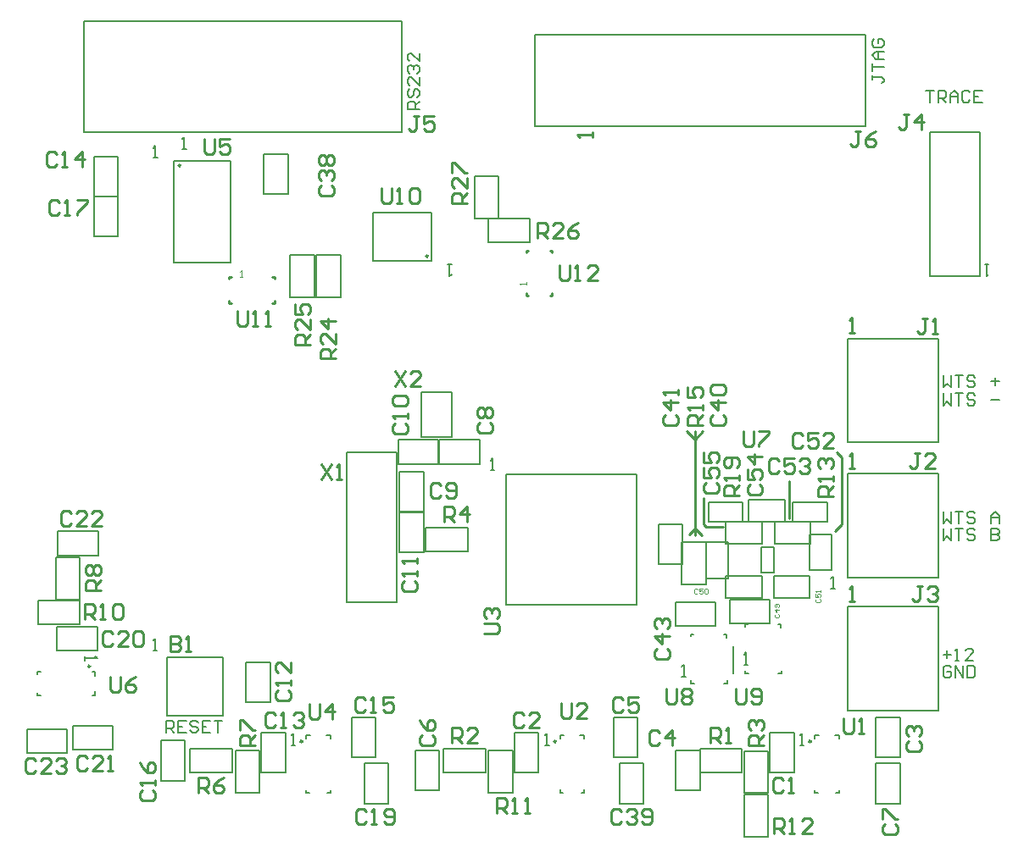
<source format=gto>
G04*
G04 #@! TF.GenerationSoftware,Altium Limited,Altium Designer,23.5.1 (21)*
G04*
G04 Layer_Color=65535*
%FSLAX44Y44*%
%MOMM*%
G71*
G04*
G04 #@! TF.SameCoordinates,D9901149-2AC3-4954-9F64-4BA616841755*
G04*
G04*
G04 #@! TF.FilePolarity,Positive*
G04*
G01*
G75*
%ADD10C,0.2540*%
%ADD11C,0.2000*%
%ADD12C,0.1524*%
%ADD13C,0.1000*%
D10*
X483735Y760500D02*
G03*
X483735Y760500I-1031J0D01*
G01*
X611500Y275250D02*
G03*
X611500Y275250I-1000J0D01*
G01*
X358000Y275000D02*
G03*
X358000Y275000I-1000J0D01*
G01*
X146000Y350000D02*
G03*
X146000Y350000I-1000J0D01*
G01*
X866000Y275000D02*
G03*
X866000Y275000I-1000J0D01*
G01*
X236527Y851000D02*
G03*
X236527Y851000I-1031J0D01*
G01*
X285000Y737500D02*
Y739500D01*
X287000D01*
X328000D02*
X330000D01*
Y737500D02*
Y739500D01*
Y713500D02*
Y715500D01*
X328000Y713500D02*
X330000D01*
X285000D02*
Y715500D01*
Y713500D02*
X287000D01*
X607500Y721000D02*
Y723000D01*
X605500Y721000D02*
X607500D01*
Y764000D02*
Y766000D01*
X605500D02*
X607500D01*
X581500D02*
X583500D01*
X581500Y764000D02*
Y766000D01*
Y721000D02*
Y723000D01*
Y721000D02*
X583500D01*
X742000Y585000D02*
X750000Y577000D01*
Y585000D01*
Y577000D02*
Y585000D01*
Y577000D02*
X758000Y585000D01*
X744000Y482000D02*
X750000Y488000D01*
Y481000D02*
Y488000D01*
X757000Y481000D01*
X750000Y488000D02*
Y577000D01*
X761000Y490000D02*
X778000D01*
X759000Y492000D02*
X761000Y490000D01*
X759000Y492000D02*
Y518000D01*
X844000Y498000D02*
Y535000D01*
X892000Y564000D02*
X897000Y559000D01*
Y492000D02*
Y559000D01*
X890000Y485000D02*
X897000Y492000D01*
X904461Y548382D02*
X909539D01*
X907000D01*
Y563618D01*
X904461Y561078D01*
X647617Y879461D02*
Y884539D01*
Y882000D01*
X632383D01*
X634922Y879461D01*
X904461Y683382D02*
X909539D01*
X907000D01*
Y698617D01*
X904461Y696078D01*
Y415382D02*
X909539D01*
X907000D01*
Y430617D01*
X904461Y428078D01*
X614956Y751618D02*
Y738922D01*
X617495Y736383D01*
X622574D01*
X625113Y738922D01*
Y751618D01*
X630191Y736383D02*
X635270D01*
X632730D01*
Y751618D01*
X630191Y749078D01*
X653044Y736383D02*
X642887D01*
X653044Y746539D01*
Y749078D01*
X650505Y751618D01*
X645426D01*
X642887Y749078D01*
X293495Y705618D02*
Y692922D01*
X296035Y690383D01*
X301113D01*
X303652Y692922D01*
Y705618D01*
X308730Y690383D02*
X313809D01*
X311270D01*
Y705618D01*
X308730Y703078D01*
X321426Y690383D02*
X326505D01*
X323965D01*
Y705618D01*
X321426Y703078D01*
X436956Y828617D02*
Y815922D01*
X439495Y813382D01*
X444574D01*
X447113Y815922D01*
Y828617D01*
X452191Y813382D02*
X457270D01*
X454730D01*
Y828617D01*
X452191Y826078D01*
X464887D02*
X467426Y828617D01*
X472505D01*
X475044Y826078D01*
Y815922D01*
X472505Y813382D01*
X467426D01*
X464887Y815922D01*
Y826078D01*
X522617Y812687D02*
X507382D01*
Y820304D01*
X509922Y822843D01*
X515000D01*
X517539Y820304D01*
Y812687D01*
Y817765D02*
X522617Y822843D01*
Y838078D02*
Y827922D01*
X512461Y838078D01*
X509922D01*
X507382Y835539D01*
Y830461D01*
X509922Y827922D01*
X507382Y843157D02*
Y853313D01*
X509922D01*
X520078Y843157D01*
X522617D01*
X592687Y778382D02*
Y793617D01*
X600304D01*
X602843Y791078D01*
Y786000D01*
X600304Y783461D01*
X592687D01*
X597765D02*
X602843Y778382D01*
X618078D02*
X607922D01*
X618078Y788539D01*
Y791078D01*
X615539Y793617D01*
X610461D01*
X607922Y791078D01*
X633313Y793617D02*
X628235Y791078D01*
X623157Y786000D01*
Y780922D01*
X625696Y778382D01*
X630774D01*
X633313Y780922D01*
Y783461D01*
X630774Y786000D01*
X623157D01*
X365617Y671687D02*
X350382D01*
Y679304D01*
X352922Y681843D01*
X358000D01*
X360539Y679304D01*
Y671687D01*
Y676765D02*
X365617Y681843D01*
Y697078D02*
Y686922D01*
X355461Y697078D01*
X352922D01*
X350382Y694539D01*
Y689461D01*
X352922Y686922D01*
X350382Y712313D02*
Y702157D01*
X358000D01*
X355461Y707235D01*
Y709774D01*
X358000Y712313D01*
X363078D01*
X365617Y709774D01*
Y704696D01*
X363078Y702157D01*
X391618Y657686D02*
X376382D01*
Y665304D01*
X378922Y667843D01*
X384000D01*
X386539Y665304D01*
Y657686D01*
Y662765D02*
X391618Y667843D01*
Y683078D02*
Y672922D01*
X381461Y683078D01*
X378922D01*
X376382Y680539D01*
Y675461D01*
X378922Y672922D01*
X391618Y695774D02*
X376382D01*
X384000Y688157D01*
Y698313D01*
X794617Y520956D02*
X779382D01*
Y528574D01*
X781922Y531113D01*
X787000D01*
X789539Y528574D01*
Y520956D01*
Y526035D02*
X794617Y531113D01*
Y536191D02*
Y541270D01*
Y538730D01*
X779382D01*
X781922Y536191D01*
X792078Y548887D02*
X794617Y551426D01*
Y556505D01*
X792078Y559044D01*
X781922D01*
X779382Y556505D01*
Y551426D01*
X781922Y548887D01*
X784461D01*
X787000Y551426D01*
Y559044D01*
X888617Y519956D02*
X873382D01*
Y527574D01*
X875922Y530113D01*
X881000D01*
X883539Y527574D01*
Y519956D01*
Y525034D02*
X888617Y530113D01*
Y535191D02*
Y540270D01*
Y537730D01*
X873382D01*
X875922Y535191D01*
Y547887D02*
X873382Y550426D01*
Y555505D01*
X875922Y558044D01*
X878461D01*
X881000Y555505D01*
Y552966D01*
Y555505D01*
X883539Y558044D01*
X886078D01*
X888617Y555505D01*
Y550426D01*
X886078Y547887D01*
X760922Y533843D02*
X758382Y531304D01*
Y526226D01*
X760922Y523687D01*
X771078D01*
X773617Y526226D01*
Y531304D01*
X771078Y533843D01*
X758382Y549078D02*
Y538922D01*
X766000D01*
X763461Y544000D01*
Y546539D01*
X766000Y549078D01*
X771078D01*
X773617Y546539D01*
Y541461D01*
X771078Y538922D01*
X758382Y564313D02*
Y554157D01*
X766000D01*
X763461Y559235D01*
Y561774D01*
X766000Y564313D01*
X771078D01*
X773617Y561774D01*
Y556696D01*
X771078Y554157D01*
X804922Y531843D02*
X802383Y529304D01*
Y524226D01*
X804922Y521687D01*
X815078D01*
X817617Y524226D01*
Y529304D01*
X815078Y531843D01*
X802383Y547078D02*
Y536922D01*
X810000D01*
X807461Y542000D01*
Y544539D01*
X810000Y547078D01*
X815078D01*
X817617Y544539D01*
Y539461D01*
X815078Y536922D01*
X817617Y559774D02*
X802383D01*
X810000Y552157D01*
Y562313D01*
X833843Y556078D02*
X831304Y558618D01*
X826226D01*
X823687Y556078D01*
Y545922D01*
X826226Y543382D01*
X831304D01*
X833843Y545922D01*
X849078Y558618D02*
X838922D01*
Y551000D01*
X844000Y553539D01*
X846539D01*
X849078Y551000D01*
Y545922D01*
X846539Y543382D01*
X841461D01*
X838922Y545922D01*
X854157Y556078D02*
X856696Y558618D01*
X861774D01*
X864313Y556078D01*
Y553539D01*
X861774Y551000D01*
X859235D01*
X861774D01*
X864313Y548461D01*
Y545922D01*
X861774Y543382D01*
X856696D01*
X854157Y545922D01*
X857843Y581078D02*
X855304Y583618D01*
X850226D01*
X847687Y581078D01*
Y570922D01*
X850226Y568382D01*
X855304D01*
X857843Y570922D01*
X873078Y583618D02*
X862922D01*
Y576000D01*
X868000Y578539D01*
X870539D01*
X873078Y576000D01*
Y570922D01*
X870539Y568382D01*
X865461D01*
X862922Y570922D01*
X888313Y568382D02*
X878157D01*
X888313Y578539D01*
Y581078D01*
X885774Y583618D01*
X880696D01*
X878157Y581078D01*
X791304Y327617D02*
Y314922D01*
X793843Y312383D01*
X798922D01*
X801461Y314922D01*
Y327617D01*
X806539Y314922D02*
X809078Y312383D01*
X814157D01*
X816696Y314922D01*
Y325078D01*
X814157Y327617D01*
X809078D01*
X806539Y325078D01*
Y322539D01*
X809078Y320000D01*
X816696D01*
X721304Y327617D02*
Y314922D01*
X723843Y312383D01*
X728922D01*
X731461Y314922D01*
Y327617D01*
X736539Y325078D02*
X739078Y327617D01*
X744157D01*
X746696Y325078D01*
Y322539D01*
X744157Y320000D01*
X746696Y317461D01*
Y314922D01*
X744157Y312383D01*
X739078D01*
X736539Y314922D01*
Y317461D01*
X739078Y320000D01*
X736539Y322539D01*
Y325078D01*
X739078Y320000D02*
X744157D01*
X156617Y426304D02*
X141383D01*
Y433922D01*
X143922Y436461D01*
X149000D01*
X151539Y433922D01*
Y426304D01*
Y431382D02*
X156617Y436461D01*
X143922Y441539D02*
X141383Y444078D01*
Y449157D01*
X143922Y451696D01*
X146461D01*
X149000Y449157D01*
X151539Y451696D01*
X154078D01*
X156617Y449157D01*
Y444078D01*
X154078Y441539D01*
X151539D01*
X149000Y444078D01*
X146461Y441539D01*
X143922D01*
X149000Y444078D02*
Y449157D01*
X898843Y298617D02*
Y285922D01*
X901383Y283382D01*
X906461D01*
X909000Y285922D01*
Y298617D01*
X914078Y283382D02*
X919157D01*
X916618D01*
Y298617D01*
X914078Y296078D01*
X166304Y339618D02*
Y326922D01*
X168843Y324383D01*
X173922D01*
X176461Y326922D01*
Y339618D01*
X191696D02*
X186618Y337078D01*
X181539Y332000D01*
Y326922D01*
X184078Y324383D01*
X189157D01*
X191696Y326922D01*
Y329461D01*
X189157Y332000D01*
X181539D01*
X365304Y312617D02*
Y299922D01*
X367843Y297383D01*
X372922D01*
X375461Y299922D01*
Y312617D01*
X388157Y297383D02*
Y312617D01*
X380539Y305000D01*
X390696D01*
X140956Y397383D02*
Y412618D01*
X148574D01*
X151113Y410078D01*
Y405000D01*
X148574Y402461D01*
X140956D01*
X146034D02*
X151113Y397383D01*
X156191D02*
X161270D01*
X158730D01*
Y412618D01*
X156191Y410078D01*
X168887D02*
X171426Y412618D01*
X176505D01*
X179044Y410078D01*
Y399922D01*
X176505Y397383D01*
X171426D01*
X168887Y399922D01*
Y410078D01*
X310618Y271304D02*
X295382D01*
Y278922D01*
X297922Y281461D01*
X303000D01*
X305539Y278922D01*
Y271304D01*
Y276383D02*
X310618Y281461D01*
X295382Y286539D02*
Y296696D01*
X297922D01*
X308078Y286539D01*
X310618D01*
X254304Y223382D02*
Y238617D01*
X261922D01*
X264461Y236078D01*
Y231000D01*
X261922Y228461D01*
X254304D01*
X259382D02*
X264461Y223382D01*
X279696Y238617D02*
X274618Y236078D01*
X269539Y231000D01*
Y225922D01*
X272078Y223382D01*
X277157D01*
X279696Y225922D01*
Y228461D01*
X277157Y231000D01*
X269539D01*
X91843Y256078D02*
X89304Y258617D01*
X84226D01*
X81686Y256078D01*
Y245922D01*
X84226Y243382D01*
X89304D01*
X91843Y245922D01*
X107078Y243382D02*
X96922D01*
X107078Y253539D01*
Y256078D01*
X104539Y258617D01*
X99461D01*
X96922Y256078D01*
X112157D02*
X114696Y258617D01*
X119774D01*
X122313Y256078D01*
Y253539D01*
X119774Y251000D01*
X117235D01*
X119774D01*
X122313Y248461D01*
Y245922D01*
X119774Y243382D01*
X114696D01*
X112157Y245922D01*
X126843Y503078D02*
X124304Y505617D01*
X119226D01*
X116687Y503078D01*
Y492922D01*
X119226Y490382D01*
X124304D01*
X126843Y492922D01*
X142078Y490382D02*
X131922D01*
X142078Y500539D01*
Y503078D01*
X139539Y505617D01*
X134461D01*
X131922Y503078D01*
X157313Y490382D02*
X147157D01*
X157313Y500539D01*
Y503078D01*
X154774Y505617D01*
X149696D01*
X147157Y503078D01*
X143383Y258078D02*
X140843Y260618D01*
X135765D01*
X133226Y258078D01*
Y247922D01*
X135765Y245382D01*
X140843D01*
X143383Y247922D01*
X158618Y245382D02*
X148461D01*
X158618Y255539D01*
Y258078D01*
X156078Y260618D01*
X151000D01*
X148461Y258078D01*
X163696Y245382D02*
X168774D01*
X166235D01*
Y260618D01*
X163696Y258078D01*
X168843Y383078D02*
X166304Y385617D01*
X161226D01*
X158687Y383078D01*
Y372922D01*
X161226Y370382D01*
X166304D01*
X168843Y372922D01*
X184078Y370382D02*
X173922D01*
X184078Y380539D01*
Y383078D01*
X181539Y385617D01*
X176461D01*
X173922Y383078D01*
X189157D02*
X191696Y385617D01*
X196774D01*
X199313Y383078D01*
Y372922D01*
X196774Y370382D01*
X191696D01*
X189157Y372922D01*
Y383078D01*
X422113Y205078D02*
X419574Y207617D01*
X414495D01*
X411956Y205078D01*
Y194922D01*
X414495Y192383D01*
X419574D01*
X422113Y194922D01*
X427191Y192383D02*
X432270D01*
X429730D01*
Y207617D01*
X427191Y205078D01*
X439887Y194922D02*
X442426Y192383D01*
X447505D01*
X450044Y194922D01*
Y205078D01*
X447505Y207617D01*
X442426D01*
X439887Y205078D01*
Y202539D01*
X442426Y200000D01*
X450044D01*
X197922Y226113D02*
X195382Y223574D01*
Y218495D01*
X197922Y215956D01*
X208078D01*
X210618Y218495D01*
Y223574D01*
X208078Y226113D01*
X210618Y231191D02*
Y236270D01*
Y233730D01*
X195382D01*
X197922Y231191D01*
X195382Y254044D02*
X197922Y248965D01*
X203000Y243887D01*
X208078D01*
X210618Y246426D01*
Y251505D01*
X208078Y254044D01*
X205539D01*
X203000Y251505D01*
Y243887D01*
X421113Y317078D02*
X418574Y319618D01*
X413495D01*
X410956Y317078D01*
Y306922D01*
X413495Y304382D01*
X418574D01*
X421113Y306922D01*
X426191Y304382D02*
X431270D01*
X428730D01*
Y319618D01*
X426191Y317078D01*
X449044Y319618D02*
X438887D01*
Y312000D01*
X443965Y314539D01*
X446505D01*
X449044Y312000D01*
Y306922D01*
X446505Y304382D01*
X441426D01*
X438887Y306922D01*
X331113Y302078D02*
X328574Y304618D01*
X323495D01*
X320956Y302078D01*
Y291922D01*
X323495Y289382D01*
X328574D01*
X331113Y291922D01*
X336191Y289382D02*
X341270D01*
X338730D01*
Y304618D01*
X336191Y302078D01*
X348887D02*
X351426Y304618D01*
X356505D01*
X359044Y302078D01*
Y299539D01*
X356505Y297000D01*
X353965D01*
X356505D01*
X359044Y294461D01*
Y291922D01*
X356505Y289382D01*
X351426D01*
X348887Y291922D01*
X798304Y585617D02*
Y572922D01*
X800843Y570382D01*
X805922D01*
X808461Y572922D01*
Y585617D01*
X813539D02*
X823696D01*
Y583078D01*
X813539Y572922D01*
Y570382D01*
X757617Y590956D02*
X742383D01*
Y598574D01*
X744922Y601113D01*
X750000D01*
X752539Y598574D01*
Y590956D01*
Y596035D02*
X757617Y601113D01*
Y606191D02*
Y611270D01*
Y608730D01*
X742383D01*
X744922Y606191D01*
X742383Y629044D02*
Y618887D01*
X750000D01*
X747461Y623965D01*
Y626505D01*
X750000Y629044D01*
X755078D01*
X757617Y626505D01*
Y621426D01*
X755078Y618887D01*
X828956Y183382D02*
Y198617D01*
X836574D01*
X839113Y196078D01*
Y191000D01*
X836574Y188461D01*
X828956D01*
X834035D02*
X839113Y183382D01*
X844191D02*
X849270D01*
X846730D01*
Y198617D01*
X844191Y196078D01*
X867044Y183382D02*
X856887D01*
X867044Y193539D01*
Y196078D01*
X864505Y198617D01*
X859426D01*
X856887Y196078D01*
X552495Y203382D02*
Y218617D01*
X560113D01*
X562652Y216078D01*
Y211000D01*
X560113Y208461D01*
X552495D01*
X557574D02*
X562652Y203382D01*
X567730D02*
X572809D01*
X570270D01*
Y218617D01*
X567730Y216078D01*
X580426Y203382D02*
X585505D01*
X582966D01*
Y218617D01*
X580426Y216078D01*
X977461Y430617D02*
X972383D01*
X974922D01*
Y417922D01*
X972383Y415382D01*
X969843D01*
X967304Y417922D01*
X982539Y428078D02*
X985078Y430617D01*
X990157D01*
X992696Y428078D01*
Y425539D01*
X990157Y423000D01*
X987617D01*
X990157D01*
X992696Y420461D01*
Y417922D01*
X990157Y415382D01*
X985078D01*
X982539Y417922D01*
X767922Y601113D02*
X765382Y598574D01*
Y593495D01*
X767922Y590956D01*
X778078D01*
X780618Y593495D01*
Y598574D01*
X778078Y601113D01*
X780618Y613809D02*
X765382D01*
X773000Y606191D01*
Y616348D01*
X767922Y621426D02*
X765382Y623965D01*
Y629044D01*
X767922Y631583D01*
X778078D01*
X780618Y629044D01*
Y623965D01*
X778078Y621426D01*
X767922D01*
X711922Y367843D02*
X709382Y365304D01*
Y360226D01*
X711922Y357687D01*
X722078D01*
X724617Y360226D01*
Y365304D01*
X722078Y367843D01*
X724617Y380539D02*
X709382D01*
X717000Y372922D01*
Y383078D01*
X711922Y388157D02*
X709382Y390696D01*
Y395774D01*
X711922Y398313D01*
X714461D01*
X717000Y395774D01*
Y393235D01*
Y395774D01*
X719539Y398313D01*
X722078D01*
X724617Y395774D01*
Y390696D01*
X722078Y388157D01*
X720922Y601113D02*
X718382Y598574D01*
Y593495D01*
X720922Y590956D01*
X731078D01*
X733617Y593495D01*
Y598574D01*
X731078Y601113D01*
X733617Y613809D02*
X718382D01*
X726000Y606191D01*
Y616348D01*
X733617Y621426D02*
Y626505D01*
Y623965D01*
X718382D01*
X720922Y621426D01*
X676843Y205078D02*
X674304Y207617D01*
X669226D01*
X666687Y205078D01*
Y194922D01*
X669226Y192383D01*
X674304D01*
X676843Y194922D01*
X681922Y205078D02*
X684461Y207617D01*
X689539D01*
X692078Y205078D01*
Y202539D01*
X689539Y200000D01*
X687000D01*
X689539D01*
X692078Y197461D01*
Y194922D01*
X689539Y192383D01*
X684461D01*
X681922Y194922D01*
X697157D02*
X699696Y192383D01*
X704774D01*
X707313Y194922D01*
Y205078D01*
X704774Y207617D01*
X699696D01*
X697157Y205078D01*
Y202539D01*
X699696Y200000D01*
X707313D01*
X915461Y884617D02*
X910383D01*
X912922D01*
Y871922D01*
X910383Y869382D01*
X907843D01*
X905304Y871922D01*
X930696Y884617D02*
X925618Y882078D01*
X920539Y877000D01*
Y871922D01*
X923078Y869382D01*
X928157D01*
X930696Y871922D01*
Y874461D01*
X928157Y877000D01*
X920539D01*
X963922Y275461D02*
X961383Y272922D01*
Y267843D01*
X963922Y265304D01*
X974078D01*
X976618Y267843D01*
Y272922D01*
X974078Y275461D01*
X963922Y280539D02*
X961383Y283078D01*
Y288157D01*
X963922Y290696D01*
X966461D01*
X969000Y288157D01*
Y285618D01*
Y288157D01*
X971539Y290696D01*
X974078D01*
X976618Y288157D01*
Y283078D01*
X974078Y280539D01*
X838000Y236078D02*
X835461Y238617D01*
X830383D01*
X827843Y236078D01*
Y225922D01*
X830383Y223382D01*
X835461D01*
X838000Y225922D01*
X843078Y223382D02*
X848157D01*
X845618D01*
Y238617D01*
X843078Y236078D01*
X579461Y302078D02*
X576922Y304618D01*
X571843D01*
X569304Y302078D01*
Y291922D01*
X571843Y289382D01*
X576922D01*
X579461Y291922D01*
X594696Y289382D02*
X584539D01*
X594696Y299539D01*
Y302078D01*
X592157Y304618D01*
X587078D01*
X584539Y302078D01*
X539383Y383304D02*
X552078D01*
X554618Y385843D01*
Y390922D01*
X552078Y393461D01*
X539383D01*
X541922Y398539D02*
X539383Y401078D01*
Y406157D01*
X541922Y408696D01*
X544461D01*
X547000Y406157D01*
Y403618D01*
Y406157D01*
X549539Y408696D01*
X552078D01*
X554618Y406157D01*
Y401078D01*
X552078Y398539D01*
X982370Y698057D02*
X977292D01*
X979831D01*
Y685362D01*
X977292Y682822D01*
X974753D01*
X972213Y685362D01*
X987448Y682822D02*
X992527D01*
X989988D01*
Y698057D01*
X987448Y695518D01*
X963461Y901618D02*
X958382D01*
X960922D01*
Y888922D01*
X958382Y886383D01*
X955843D01*
X953304Y888922D01*
X976157Y886383D02*
Y901618D01*
X968539Y894000D01*
X978696D01*
X225843Y380617D02*
Y365382D01*
X233461D01*
X236000Y367922D01*
Y370461D01*
X233461Y373000D01*
X225843D01*
X233461D01*
X236000Y375539D01*
Y378078D01*
X233461Y380617D01*
X225843D01*
X241078Y365382D02*
X246157D01*
X243618D01*
Y380617D01*
X241078Y378078D01*
X474461Y900618D02*
X469383D01*
X471922D01*
Y887922D01*
X469383Y885383D01*
X466843D01*
X464304Y887922D01*
X489696Y900618D02*
X479539D01*
Y893000D01*
X484618Y895539D01*
X487157D01*
X489696Y893000D01*
Y887922D01*
X487157Y885383D01*
X482078D01*
X479539Y887922D01*
X376843Y552617D02*
X387000Y537383D01*
Y552617D02*
X376843Y537383D01*
X392078D02*
X397157D01*
X394618D01*
Y552617D01*
X392078Y550078D01*
X260050Y877446D02*
Y864750D01*
X262590Y862210D01*
X267668D01*
X270207Y864750D01*
Y877446D01*
X285442D02*
X275285D01*
Y869828D01*
X280364Y872367D01*
X282903D01*
X285442Y869828D01*
Y864750D01*
X282903Y862210D01*
X277825D01*
X275285Y864750D01*
X616304Y313617D02*
Y300922D01*
X618843Y298382D01*
X623922D01*
X626461Y300922D01*
Y313617D01*
X641696Y298382D02*
X631539D01*
X641696Y308539D01*
Y311078D01*
X639157Y313617D01*
X634078D01*
X631539Y311078D01*
X499304Y494383D02*
Y509618D01*
X506922D01*
X509461Y507078D01*
Y502000D01*
X506922Y499461D01*
X499304D01*
X504383D02*
X509461Y494383D01*
X522157D02*
Y509618D01*
X514539Y502000D01*
X524696D01*
X818617Y270804D02*
X803382D01*
Y278422D01*
X805922Y280961D01*
X811000D01*
X813539Y278422D01*
Y270804D01*
Y275882D02*
X818617Y280961D01*
X805922Y286039D02*
X803382Y288578D01*
Y293657D01*
X805922Y296196D01*
X808461D01*
X811000Y293657D01*
Y291117D01*
Y293657D01*
X813539Y296196D01*
X816078D01*
X818617Y293657D01*
Y288578D01*
X816078Y286039D01*
X507304Y273382D02*
Y288617D01*
X514922D01*
X517461Y286078D01*
Y281000D01*
X514922Y278461D01*
X507304D01*
X512383D02*
X517461Y273382D01*
X532696D02*
X522539D01*
X532696Y283539D01*
Y286078D01*
X530157Y288617D01*
X525078D01*
X522539Y286078D01*
X765843Y273382D02*
Y288617D01*
X773461D01*
X776000Y286078D01*
Y281000D01*
X773461Y278461D01*
X765843D01*
X770922D02*
X776000Y273382D01*
X781078D02*
X786157D01*
X783618D01*
Y288617D01*
X781078Y286078D01*
X974751Y563527D02*
X969672D01*
X972212D01*
Y550832D01*
X969672Y548293D01*
X967133D01*
X964594Y550832D01*
X989986Y548293D02*
X979829D01*
X989986Y558449D01*
Y560988D01*
X987447Y563527D01*
X982368D01*
X979829Y560988D01*
X376922Y830843D02*
X374382Y828304D01*
Y823226D01*
X376922Y820686D01*
X387078D01*
X389618Y823226D01*
Y828304D01*
X387078Y830843D01*
X376922Y835922D02*
X374382Y838461D01*
Y843539D01*
X376922Y846078D01*
X379461D01*
X382000Y843539D01*
Y841000D01*
Y843539D01*
X384539Y846078D01*
X387078D01*
X389618Y843539D01*
Y838461D01*
X387078Y835922D01*
X376922Y851157D02*
X374382Y853696D01*
Y858774D01*
X376922Y861313D01*
X379461D01*
X382000Y858774D01*
X384539Y861313D01*
X387078D01*
X389618Y858774D01*
Y853696D01*
X387078Y851157D01*
X384539D01*
X382000Y853696D01*
X379461Y851157D01*
X376922D01*
X382000Y853696D02*
Y858774D01*
X115113Y814078D02*
X112574Y816618D01*
X107495D01*
X104956Y814078D01*
Y803922D01*
X107495Y801383D01*
X112574D01*
X115113Y803922D01*
X120191Y801383D02*
X125270D01*
X122730D01*
Y816618D01*
X120191Y814078D01*
X132887Y816618D02*
X143044D01*
Y814078D01*
X132887Y803922D01*
Y801383D01*
X113113Y862078D02*
X110574Y864617D01*
X105495D01*
X102956Y862078D01*
Y851922D01*
X105495Y849382D01*
X110574D01*
X113113Y851922D01*
X118191Y849382D02*
X123270D01*
X120730D01*
Y864617D01*
X118191Y862078D01*
X138505Y849382D02*
Y864617D01*
X130887Y857000D01*
X141044D01*
X334154Y326051D02*
X331614Y323512D01*
Y318433D01*
X334154Y315894D01*
X344310D01*
X346850Y318433D01*
Y323512D01*
X344310Y326051D01*
X346850Y331129D02*
Y336208D01*
Y333668D01*
X331614D01*
X334154Y331129D01*
X346850Y353982D02*
Y343825D01*
X336693Y353982D01*
X334154D01*
X331614Y351443D01*
Y346364D01*
X334154Y343825D01*
X459922Y435652D02*
X457383Y433113D01*
Y428035D01*
X459922Y425495D01*
X470078D01*
X472617Y428035D01*
Y433113D01*
X470078Y435652D01*
X472617Y440730D02*
Y445809D01*
Y443270D01*
X457383D01*
X459922Y440730D01*
X472617Y453426D02*
Y458505D01*
Y455965D01*
X457383D01*
X459922Y453426D01*
X450547Y592738D02*
X448008Y590199D01*
Y585120D01*
X450547Y582581D01*
X460703D01*
X463242Y585120D01*
Y590199D01*
X460703Y592738D01*
X463242Y597816D02*
Y602895D01*
Y600355D01*
X448008D01*
X450547Y597816D01*
Y610512D02*
X448008Y613051D01*
Y618130D01*
X450547Y620669D01*
X460703D01*
X463242Y618130D01*
Y613051D01*
X460703Y610512D01*
X450547D01*
X496461Y531078D02*
X493922Y533618D01*
X488843D01*
X486304Y531078D01*
Y520922D01*
X488843Y518382D01*
X493922D01*
X496461Y520922D01*
X501539D02*
X504078Y518382D01*
X509157D01*
X511696Y520922D01*
Y531078D01*
X509157Y533618D01*
X504078D01*
X501539Y531078D01*
Y528539D01*
X504078Y526000D01*
X511696D01*
X534922Y593461D02*
X532383Y590922D01*
Y585843D01*
X534922Y583304D01*
X545078D01*
X547617Y585843D01*
Y590922D01*
X545078Y593461D01*
X534922Y598539D02*
X532383Y601078D01*
Y606157D01*
X534922Y608696D01*
X537461D01*
X540000Y606157D01*
X542539Y608696D01*
X545078D01*
X547617Y606157D01*
Y601078D01*
X545078Y598539D01*
X542539D01*
X540000Y601078D01*
X537461Y598539D01*
X534922D01*
X540000Y601078D02*
Y606157D01*
X939922Y192461D02*
X937383Y189922D01*
Y184843D01*
X939922Y182304D01*
X950078D01*
X952617Y184843D01*
Y189922D01*
X950078Y192461D01*
X937383Y197539D02*
Y207696D01*
X939922D01*
X950078Y197539D01*
X952617D01*
X477922Y281461D02*
X475382Y278922D01*
Y273843D01*
X477922Y271304D01*
X488078D01*
X490617Y273843D01*
Y278922D01*
X488078Y281461D01*
X475382Y296696D02*
X477922Y291618D01*
X483000Y286539D01*
X488078D01*
X490617Y289078D01*
Y294157D01*
X488078Y296696D01*
X485539D01*
X483000Y294157D01*
Y286539D01*
X678461Y317078D02*
X675922Y319618D01*
X670843D01*
X668304Y317078D01*
Y306922D01*
X670843Y304382D01*
X675922D01*
X678461Y306922D01*
X693696Y319618D02*
X683539D01*
Y312000D01*
X688617Y314539D01*
X691157D01*
X693696Y312000D01*
Y306922D01*
X691157Y304382D01*
X686078D01*
X683539Y306922D01*
X714461Y284078D02*
X711922Y286618D01*
X706843D01*
X704304Y284078D01*
Y273922D01*
X706843Y271383D01*
X711922D01*
X714461Y273922D01*
X727157Y271383D02*
Y286618D01*
X719539Y279000D01*
X729696D01*
X450304Y645618D02*
X460461Y630382D01*
Y645618D02*
X450304Y630382D01*
X475696D02*
X465539D01*
X475696Y640539D01*
Y643078D01*
X473157Y645618D01*
X468078D01*
X465539Y643078D01*
D11*
X755000Y268000D02*
X797000D01*
X755000Y244000D02*
Y268000D01*
Y244000D02*
X797000D01*
Y268000D01*
X541000Y244000D02*
Y268000D01*
X499000Y244000D02*
X541000D01*
X499000D02*
Y268000D01*
X541000D01*
X823000Y223500D02*
Y265500D01*
X799000D02*
X823000D01*
X799000Y223500D02*
Y265500D01*
Y223500D02*
X823000D01*
X523000Y465000D02*
Y489000D01*
X481000Y465000D02*
X523000D01*
X481000D02*
Y489000D01*
X523000D01*
X544000Y224000D02*
X568000D01*
X544000D02*
Y266000D01*
X568000D01*
Y224000D02*
Y266000D01*
X823000Y180000D02*
Y222000D01*
X799000D02*
X823000D01*
X799000Y180000D02*
Y222000D01*
Y180000D02*
X823000D01*
X737165Y432407D02*
X761164D01*
X737165D02*
Y474408D01*
X761164D01*
Y432407D02*
Y474408D01*
X246000Y268000D02*
X288000D01*
X246000Y244000D02*
Y268000D01*
Y244000D02*
X288000D01*
Y268000D01*
X291000Y224000D02*
X315000D01*
X291000D02*
Y266000D01*
X315000D01*
Y224000D02*
Y266000D01*
X94000Y392000D02*
X136000D01*
Y416000D01*
X94000D02*
X136000D01*
X94000Y392000D02*
Y416000D01*
X112000Y417000D02*
X136000D01*
X112000D02*
Y459000D01*
X136000D01*
Y417000D02*
Y459000D01*
X372000Y719000D02*
Y761000D01*
Y719000D02*
X396000D01*
Y761000D01*
X372000D02*
X396000D01*
X346000D02*
X370000D01*
Y719000D02*
Y761000D01*
X346000Y719000D02*
X370000D01*
X346000D02*
Y761000D01*
X543500Y798000D02*
X585500D01*
X543500Y774000D02*
Y798000D01*
Y774000D02*
X585500D01*
Y798000D01*
X530000Y840000D02*
X554000D01*
Y798000D02*
Y840000D01*
X530000Y798000D02*
X554000D01*
X530000D02*
Y840000D01*
X755000Y226000D02*
Y266000D01*
X731000Y226000D02*
X755000D01*
X731000Y266000D02*
X755000D01*
X731000Y226000D02*
Y266000D01*
X693000Y259000D02*
Y299000D01*
X669000Y259000D02*
X693000D01*
X669000Y299000D02*
X693000D01*
X669000Y259000D02*
Y299000D01*
X495000Y226000D02*
Y266000D01*
X471000Y226000D02*
X495000D01*
X471000Y266000D02*
X495000D01*
X471000Y226000D02*
Y266000D01*
X931000Y213000D02*
Y253000D01*
X955000D01*
X931000Y213000D02*
X955000D01*
Y253000D01*
X495000Y576625D02*
X535000D01*
Y552625D02*
Y576625D01*
X495000Y552625D02*
Y576625D01*
Y552625D02*
X535000D01*
X455000Y504750D02*
Y544750D01*
X479000D01*
X455000Y504750D02*
X479000D01*
Y544750D01*
X453625Y552625D02*
X493625D01*
X453625D02*
Y576625D01*
X493625Y552625D02*
Y576625D01*
X453625D02*
X493625D01*
X479000Y464000D02*
Y504000D01*
X455000Y464000D02*
X479000D01*
X455000Y504000D02*
X479000D01*
X455000Y464000D02*
Y504000D01*
X302000Y314000D02*
Y354000D01*
X326000D01*
X302000Y314000D02*
X326000D01*
Y354000D01*
X150000Y820000D02*
Y860000D01*
X174000D01*
X150000Y820000D02*
X174000D01*
Y860000D01*
Y780000D02*
Y820000D01*
X150000Y780000D02*
X174000D01*
X150000Y820000D02*
X174000D01*
X150000Y780000D02*
Y820000D01*
X319496Y822250D02*
Y862250D01*
X343496D01*
X319496Y822250D02*
X343496D01*
Y862250D01*
X570000Y244000D02*
Y284000D01*
X594000D01*
X570000Y244000D02*
X594000D01*
Y284000D01*
X849000Y244000D02*
Y284000D01*
X825000Y244000D02*
X849000D01*
X825000Y284000D02*
X849000D01*
X825000Y244000D02*
Y284000D01*
X955000Y259000D02*
Y299000D01*
X931000Y259000D02*
X955000D01*
X931000Y299000D02*
X955000D01*
X931000Y259000D02*
Y299000D01*
X699000Y213000D02*
Y253000D01*
X675000Y213000D02*
X699000D01*
X675000Y253000D02*
X699000D01*
X675000Y213000D02*
Y253000D01*
X738000Y452000D02*
Y492000D01*
X714000Y452000D02*
X738000D01*
X714000Y492000D02*
X738000D01*
X714000Y452000D02*
Y492000D01*
X730790Y414270D02*
X770790D01*
Y390270D02*
Y414270D01*
X730790Y390270D02*
Y414270D01*
Y390270D02*
X770790D01*
X341000Y244000D02*
Y284000D01*
X317000Y244000D02*
X341000D01*
X317000Y284000D02*
X341000D01*
X317000Y244000D02*
Y284000D01*
X431000Y259000D02*
Y299000D01*
X407000Y259000D02*
X431000D01*
X407000Y299000D02*
X431000D01*
X407000Y259000D02*
Y299000D01*
X241000Y236000D02*
Y276000D01*
X217000Y236000D02*
X241000D01*
X217000Y276000D02*
X241000D01*
X217000Y236000D02*
Y276000D01*
X420000Y213000D02*
Y253000D01*
X444000D01*
X420000Y213000D02*
X444000D01*
Y253000D01*
X113000Y366000D02*
X153000D01*
X113000D02*
Y390000D01*
X153000Y366000D02*
Y390000D01*
X113000D02*
X153000D01*
X129000Y267000D02*
X169000D01*
X129000D02*
Y291000D01*
X169000Y267000D02*
Y291000D01*
X129000D02*
X169000D01*
X114000Y461000D02*
X154000D01*
X114000D02*
Y485000D01*
X154000Y461000D02*
Y485000D01*
X114000D02*
X154000D01*
X83000Y287500D02*
X123000D01*
Y263500D02*
Y287500D01*
X83000Y263500D02*
Y287500D01*
Y263500D02*
X123000D01*
X785000Y417000D02*
X825000D01*
Y393000D02*
Y417000D01*
X785000Y393000D02*
Y417000D01*
Y393000D02*
X825000D01*
X487205Y755500D02*
Y803500D01*
X428204D02*
X487205D01*
X428204Y755500D02*
Y803500D01*
Y755500D02*
X487205D01*
X903000Y439000D02*
X993000D01*
Y489000D01*
Y543000D01*
X903000Y439000D02*
Y543000D01*
X993000D01*
X984650Y884250D02*
X1034650D01*
Y740250D02*
Y884250D01*
X984650Y740250D02*
X1034650D01*
X984650D02*
Y884250D01*
X836500Y343000D02*
Y346000D01*
X833500Y343000D02*
X836500D01*
X836000Y389000D02*
Y392000D01*
X833000D02*
X836000D01*
X800000D02*
X803000D01*
X800000Y390000D02*
Y392000D01*
X800500Y343000D02*
Y346000D01*
Y343000D02*
X803500D01*
X788000Y343000D02*
Y370000D01*
X783000Y438000D02*
Y474000D01*
X761000D02*
X783000D01*
X761000Y438000D02*
Y474000D01*
Y438000D02*
X783000D01*
X840000Y494423D02*
Y516423D01*
X804000Y494423D02*
X840000D01*
X804000D02*
Y516423D01*
X840000D01*
X764000Y494423D02*
X798000D01*
Y514423D01*
X764000D02*
X798000D01*
X764000Y494423D02*
Y514423D01*
X781000Y472423D02*
X817000D01*
Y494423D01*
X781000D02*
X817000D01*
X781000Y472423D02*
Y494423D01*
X817000Y418423D02*
Y440423D01*
X781000Y418423D02*
X817000D01*
X781000D02*
Y440423D01*
X817000D01*
X829500Y472423D02*
X865500D01*
Y494423D01*
X829500D02*
X865500D01*
X829500Y472423D02*
Y494423D01*
X829400Y443923D02*
Y468923D01*
X816600D02*
X829400D01*
X816600Y443923D02*
Y468923D01*
Y443923D02*
X829400D01*
X848000Y514423D02*
X882000D01*
X848000Y494423D02*
Y514423D01*
Y494423D02*
X882000D01*
Y514423D01*
X865000Y446423D02*
Y482423D01*
Y446423D02*
X887000D01*
Y482423D01*
X865000D02*
X887000D01*
X829000Y418423D02*
Y440423D01*
X865000D01*
Y418423D02*
Y440423D01*
X829000Y418423D02*
X865000D01*
X561500Y412000D02*
Y542000D01*
Y412000D02*
X691500D01*
Y542000D01*
X561500D02*
X691500D01*
X507000Y579000D02*
Y624000D01*
X477000D02*
X507000D01*
X477000Y579000D02*
X507000D01*
X477000D02*
Y624000D01*
X639500Y223750D02*
Y226750D01*
X636500Y223750D02*
X639500D01*
X615500D02*
X618500D01*
X615500D02*
Y226750D01*
Y278250D02*
Y281250D01*
X619500D01*
X639500Y278250D02*
Y281250D01*
X635500D02*
X639500D01*
X382000Y281000D02*
X386000D01*
Y278000D02*
Y281000D01*
X362000D02*
X366000D01*
X362000Y278000D02*
Y281000D01*
Y223500D02*
Y226500D01*
Y223500D02*
X365000D01*
X383000D02*
X386000D01*
Y226500D01*
X93500Y321000D02*
X96500D01*
X93500D02*
Y324000D01*
Y342000D02*
Y345000D01*
X96500D01*
X148000D02*
X151000D01*
Y341000D02*
Y345000D01*
X148000Y321000D02*
X151000D01*
Y325000D01*
X890000Y281000D02*
X894000D01*
Y278000D02*
Y281000D01*
X870000D02*
X874000D01*
X870000Y278000D02*
Y281000D01*
Y223500D02*
Y226500D01*
Y223500D02*
X873000D01*
X891000D02*
X894000D01*
Y226500D01*
X590700Y981125D02*
X920700D01*
Y890125D02*
Y981125D01*
X590700Y890125D02*
X920700D01*
X590700D02*
Y981125D01*
X229846Y753750D02*
Y855350D01*
Y753750D02*
X286146D01*
Y855350D01*
X229846D02*
X286146D01*
X746500Y333000D02*
X749500D01*
X746500D02*
Y336000D01*
X746000Y380000D02*
Y382000D01*
X749000D01*
X779000D02*
X782000D01*
Y379000D02*
Y382000D01*
X779500Y333000D02*
X782500D01*
Y336000D01*
X223000Y359000D02*
X279000D01*
X223000Y301000D02*
Y359000D01*
X279000Y301000D02*
Y359000D01*
X223000Y301000D02*
X279000D01*
X402000Y414000D02*
Y564000D01*
Y414000D02*
X452000D01*
Y564000D01*
X402000D02*
X452000D01*
X903000Y574000D02*
X993000D01*
Y624000D01*
Y678000D01*
X903000Y574000D02*
Y678000D01*
X993000D01*
X903000Y410000D02*
X993000D01*
X903000Y306000D02*
Y410000D01*
X993000Y356000D02*
Y410000D01*
Y306000D02*
Y356000D01*
X903000Y306000D02*
X993000D01*
X506954Y751998D02*
X502955D01*
X504955D01*
Y740002D01*
X506954Y742001D01*
X1043649Y752248D02*
X1039650D01*
X1041650D01*
Y740252D01*
X1043649Y742251D01*
X886001Y428002D02*
X889999D01*
X888000D01*
Y439998D01*
X886001Y437999D01*
X737001Y340002D02*
X740999D01*
X739000D01*
Y351998D01*
X737001Y349999D01*
X799001Y352002D02*
X802999D01*
X801000D01*
Y363998D01*
X799001Y361999D01*
X546001Y546002D02*
X549999D01*
X548000D01*
Y557998D01*
X546001Y555999D01*
X600501Y271252D02*
X604499D01*
X602500D01*
Y283248D01*
X600501Y281249D01*
X347001Y271002D02*
X350999D01*
X349000D01*
Y282998D01*
X347001Y280999D01*
X141002Y359999D02*
Y356001D01*
Y358000D01*
X152998D01*
X150999Y359999D01*
X855001Y271002D02*
X858999D01*
X857000D01*
Y282998D01*
X855001Y280999D01*
X238001Y867002D02*
X241999D01*
X240000D01*
Y878998D01*
X238001Y876999D01*
X209247Y858502D02*
X213246D01*
X211246D01*
Y870498D01*
X209247Y868499D01*
X209001Y366002D02*
X212999D01*
X211000D01*
Y377998D01*
X209001Y375999D01*
X998009Y640998D02*
Y629002D01*
X1002008Y633001D01*
X1006006Y629002D01*
Y640998D01*
X1010005D02*
X1018003D01*
X1014004D01*
Y629002D01*
X1029999Y638999D02*
X1027999Y640998D01*
X1024001D01*
X1022001Y638999D01*
Y636999D01*
X1024001Y635000D01*
X1027999D01*
X1029999Y633001D01*
Y631001D01*
X1027999Y629002D01*
X1024001D01*
X1022001Y631001D01*
X1045993Y635000D02*
X1053991D01*
X1049992Y638999D02*
Y631001D01*
X998009Y622998D02*
Y611002D01*
X1002008Y615001D01*
X1006006Y611002D01*
Y622998D01*
X1010005D02*
X1018003D01*
X1014004D01*
Y611002D01*
X1029999Y620999D02*
X1027999Y622998D01*
X1024001D01*
X1022001Y620999D01*
Y618999D01*
X1024001Y617000D01*
X1027999D01*
X1029999Y615001D01*
Y613001D01*
X1027999Y611002D01*
X1024001D01*
X1022001Y613001D01*
X1045993Y617000D02*
X1053991D01*
X927002Y941004D02*
Y937006D01*
Y939005D01*
X936999D01*
X938998Y937006D01*
Y935006D01*
X936999Y933007D01*
X927002Y945003D02*
Y953001D01*
Y949002D01*
X938998D01*
Y956999D02*
X931001D01*
X927002Y960998D01*
X931001Y964997D01*
X938998D01*
X933000D01*
Y956999D01*
X929001Y976993D02*
X927002Y974994D01*
Y970995D01*
X929001Y968995D01*
X936999D01*
X938998Y970995D01*
Y974994D01*
X936999Y976993D01*
X933000D01*
Y972994D01*
X474998Y907009D02*
X463002D01*
Y913007D01*
X465001Y915006D01*
X469000D01*
X470999Y913007D01*
Y907009D01*
Y911008D02*
X474998Y915006D01*
X465001Y927003D02*
X463002Y925003D01*
Y921004D01*
X465001Y919005D01*
X467001D01*
X469000Y921004D01*
Y925003D01*
X470999Y927003D01*
X472999D01*
X474998Y925003D01*
Y921004D01*
X472999Y919005D01*
X474998Y938999D02*
Y931001D01*
X467001Y938999D01*
X465001D01*
X463002Y936999D01*
Y933001D01*
X465001Y931001D01*
Y942997D02*
X463002Y944997D01*
Y948996D01*
X465001Y950995D01*
X467001D01*
X469000Y948996D01*
Y946996D01*
Y948996D01*
X470999Y950995D01*
X472999D01*
X474998Y948996D01*
Y944997D01*
X472999Y942997D01*
X474998Y962991D02*
Y954994D01*
X467001Y962991D01*
X465001D01*
X463002Y960992D01*
Y956993D01*
X465001Y954994D01*
X222009Y284002D02*
Y295998D01*
X228007D01*
X230007Y293999D01*
Y290000D01*
X228007Y288001D01*
X222009D01*
X226008D02*
X230007Y284002D01*
X242003Y295998D02*
X234005D01*
Y284002D01*
X242003D01*
X234005Y290000D02*
X238004D01*
X253999Y293999D02*
X251999Y295998D01*
X248001D01*
X246001Y293999D01*
Y291999D01*
X248001Y290000D01*
X251999D01*
X253999Y288001D01*
Y286001D01*
X251999Y284002D01*
X248001D01*
X246001Y286001D01*
X265995Y295998D02*
X257997D01*
Y284002D01*
X265995D01*
X257997Y290000D02*
X261996D01*
X269993Y295998D02*
X277991D01*
X273992D01*
Y284002D01*
X981009Y925998D02*
X989007D01*
X985008D01*
Y914002D01*
X993005D02*
Y925998D01*
X999003D01*
X1001003Y923999D01*
Y920000D01*
X999003Y918001D01*
X993005D01*
X997004D02*
X1001003Y914002D01*
X1005001D02*
Y921999D01*
X1009000Y925998D01*
X1012999Y921999D01*
Y914002D01*
Y920000D01*
X1005001D01*
X1024995Y923999D02*
X1022996Y925998D01*
X1018997D01*
X1016997Y923999D01*
Y916001D01*
X1018997Y914002D01*
X1022996D01*
X1024995Y916001D01*
X1036991Y925998D02*
X1028994D01*
Y914002D01*
X1036991D01*
X1028994Y920000D02*
X1032992D01*
X998009Y487998D02*
Y476002D01*
X1002008Y480001D01*
X1006006Y476002D01*
Y487998D01*
X1010005D02*
X1018003D01*
X1014004D01*
Y476002D01*
X1029999Y485999D02*
X1027999Y487998D01*
X1024001D01*
X1022001Y485999D01*
Y483999D01*
X1024001Y482000D01*
X1027999D01*
X1029999Y480001D01*
Y478001D01*
X1027999Y476002D01*
X1024001D01*
X1022001Y478001D01*
X1045993Y487998D02*
Y476002D01*
X1051992D01*
X1053991Y478001D01*
Y480001D01*
X1051992Y482000D01*
X1045993D01*
X1051992D01*
X1053991Y483999D01*
Y485999D01*
X1051992Y487998D01*
X1045993D01*
X998009Y504998D02*
Y493002D01*
X1002008Y497001D01*
X1006006Y493002D01*
Y504998D01*
X1010005D02*
X1018003D01*
X1014004D01*
Y493002D01*
X1029999Y502999D02*
X1027999Y504998D01*
X1024001D01*
X1022001Y502999D01*
Y500999D01*
X1024001Y499000D01*
X1027999D01*
X1029999Y497001D01*
Y495001D01*
X1027999Y493002D01*
X1024001D01*
X1022001Y495001D01*
X1045993Y493002D02*
Y500999D01*
X1049992Y504998D01*
X1053991Y500999D01*
Y493002D01*
Y499000D01*
X1045993D01*
X1006006Y348999D02*
X1004007Y350998D01*
X1000008D01*
X998009Y348999D01*
Y341001D01*
X1000008Y339002D01*
X1004007D01*
X1006006Y341001D01*
Y345000D01*
X1002008D01*
X1010005Y339002D02*
Y350998D01*
X1018003Y339002D01*
Y350998D01*
X1022001D02*
Y339002D01*
X1027999D01*
X1029999Y341001D01*
Y348999D01*
X1027999Y350998D01*
X1022001D01*
X998009Y362000D02*
X1006006D01*
X1002008Y365999D02*
Y358001D01*
X1010005Y356002D02*
X1014004D01*
X1012005D01*
Y367998D01*
X1010005Y365999D01*
X1027999Y356002D02*
X1020002D01*
X1027999Y363999D01*
Y365999D01*
X1026000Y367998D01*
X1022001D01*
X1020002Y365999D01*
D12*
X139450Y883992D02*
Y994990D01*
X457450D01*
X139450Y883992D02*
X457450D01*
Y994990D01*
D13*
X295834Y739001D02*
X298166D01*
X297000D01*
Y745999D01*
X295834Y744833D01*
X581999Y731834D02*
Y734166D01*
Y733000D01*
X575001D01*
X576167Y731834D01*
X871334Y417501D02*
X870501Y416668D01*
Y415002D01*
X871334Y414169D01*
X874666D01*
X875499Y415002D01*
Y416668D01*
X874666Y417501D01*
X870501Y422499D02*
Y419167D01*
X873000D01*
X872167Y420833D01*
Y421666D01*
X873000Y422499D01*
X874666D01*
X875499Y421666D01*
Y420000D01*
X874666Y419167D01*
X875499Y424165D02*
Y425831D01*
Y424998D01*
X870501D01*
X871334Y424165D01*
X752668Y426666D02*
X751835Y427499D01*
X750169D01*
X749335Y426666D01*
Y423334D01*
X750169Y422501D01*
X751835D01*
X752668Y423334D01*
X757666Y427499D02*
X754334D01*
Y425000D01*
X756000Y425833D01*
X756833D01*
X757666Y425000D01*
Y423334D01*
X756833Y422501D01*
X755167D01*
X754334Y423334D01*
X759332Y426666D02*
X760165Y427499D01*
X761831D01*
X762664Y426666D01*
Y423334D01*
X761831Y422501D01*
X760165D01*
X759332Y423334D01*
Y426666D01*
X830334Y402668D02*
X829501Y401835D01*
Y400169D01*
X830334Y399336D01*
X833666D01*
X834499Y400169D01*
Y401835D01*
X833666Y402668D01*
X834499Y406833D02*
X829501D01*
X832000Y404334D01*
Y407666D01*
X833666Y409332D02*
X834499Y410165D01*
Y411831D01*
X833666Y412664D01*
X830334D01*
X829501Y411831D01*
Y410165D01*
X830334Y409332D01*
X831167D01*
X832000Y410165D01*
Y412664D01*
M02*

</source>
